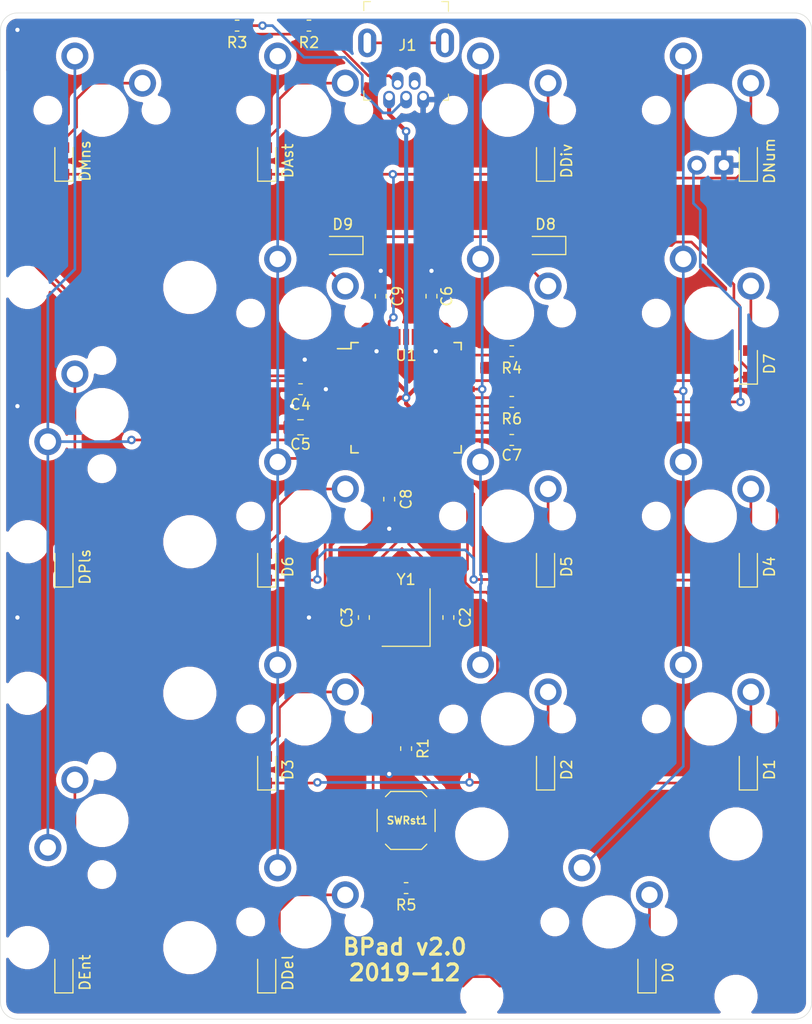
<source format=kicad_pcb>
(kicad_pcb (version 20171130) (host pcbnew "(5.1.4)-1")
  (layers (0 F.Cu signal) (31 B.Cu signal) (34 B.Paste user) (35 F.Paste user) (36 B.SilkS user) (37 F.SilkS user) (38 B.Mask user) (39 F.Mask user) (44 Edge.Cuts user))
  (net 0 "")
  (net 1 GND)
  (net 2 RST)
  (net 3 "Net-(C2-Pad2)")
  (net 4 "Net-(C3-Pad1)")
  (net 5 "Net-(C4-Pad1)")
  (net 6 "Net-(D0-Pad2)")
  (net 7 "Net-(D1-Pad2)")
  (net 8 "Net-(D2-Pad2)")
  (net 9 "Net-(D3-Pad2)")
  (net 10 "Net-(D4-Pad2)")
  (net 11 "Net-(D5-Pad2)")
  (net 12 "Net-(D6-Pad2)")
  (net 13 "Net-(D7-Pad2)")
  (net 14 Row2)
  (net 15 "Net-(D8-Pad2)")
  (net 16 "Net-(D9-Pad2)")
  (net 17 "Net-(DAst1-Pad2)")
  (net 18 "Net-(DDel1-Pad2)")
  (net 19 Row5)
  (net 20 "Net-(DDiv1-Pad2)")
  (net 21 "Net-(DEnt1-Pad2)")
  (net 22 Row4)
  (net 23 "Net-(DMns1-Pad2)")
  (net 24 Row1)
  (net 25 "Net-(DNum1-Pad2)")
  (net 26 "Net-(DPls1-Pad2)")
  (net 27 "Net-(J1-PadSH)")
  (net 28 "Net-(J1-Pad2)")
  (net 29 "Net-(J1-Pad4)")
  (net 30 +5V)
  (net 31 "Net-(J1-Pad3)")
  (net 32 D-)
  (net 33 D+)
  (net 34 "Net-(R4-Pad2)")
  (net 35 "Net-(R5-Pad1)")
  (net 36 Col1)
  (net 37 Col2)
  (net 38 Col3)
  (net 39 Col4)
  (net 40 "Net-(U1-Pad42)")
  (net 41 Row3)
  (net 42 "Net-(U1-Pad38)")
  (net 43 "Net-(U1-Pad37)")
  (net 44 "Net-(U1-Pad36)")
  (net 45 "Net-(U1-Pad31)")
  (net 46 "Net-(U1-Pad25)")
  (net 47 "Net-(U1-Pad20)")
  (net 48 "Net-(U1-Pad10)")
  (net 49 "Net-(U1-Pad9)")
  (net 50 "Net-(U1-Pad1)")
  (net 51 NumL)
  (net 52 "Net-(D10-PadA)")
  (net 53 "Net-(U1-Pad40)")
  (net 54 "Net-(U1-Pad8)")
  (net 55 "Net-(U1-Pad18)")
  (net 56 "Net-(U1-Pad19)")
  (net 57 "Net-(U1-Pad39)")
  (net 58 "Net-(U1-Pad32)")
  (module LocalFootprints:USB_Mini_B_Female_548190519_top (layer F.Cu) (at 28.575 -1.27 270)
    (fp_text reference J1 (at -4.826 -0.127) (layer F.SilkS))
    (fp_text value USB_B_Mini)
    (pad SH thru_hole oval (at -5.05 3.65 270) (size 2.7 1.7) (drill oval 1.9 0.7) (layers *.Cu *.Mask) (net 27 "Net-(J1-PadSH)"))
    (pad SH thru_hole oval (at -5.05 -3.65 270) (size 2.7 1.7) (drill oval 1.9 0.7) (layers *.Cu *.Mask) (net 27 "Net-(J1-PadSH)"))
    (pad 2 thru_hole oval (at -1.2 0.8 270) (size 1.65 1.1) (drill 0.7 (offset -0.275 0)) (layers *.Cu *.Mask) (net 28 "Net-(J1-Pad2)"))
    (pad 4 thru_hole oval (at -1.2 -0.8 270) (size 1.65 1.1) (drill 0.7 (offset -0.275 0)) (layers *.Cu *.Mask) (net 29 "Net-(J1-Pad4)"))
    (pad 1 thru_hole oval (at 0 1.6 270) (size 1.65 1.1) (drill 0.7 (offset 0.275 0)) (layers *.Cu *.Mask) (net 30 +5V))
    (pad 5 thru_hole oval (at 0 -1.6 270) (size 1.65 1.1) (drill 0.7 (offset 0.275 0)) (layers *.Cu *.Mask) (net 1 GND))
    (pad 3 thru_hole oval (at 0 0 270) (size 1.65 1.1) (drill 0.7 (offset 0.275 0)) (layers *.Cu *.Mask) (net 31 "Net-(J1-Pad3)"))
  )
  (module AcheronMX:MX100 (layer F.Cu) (at 38.1 38.1)
    (fp_text reference SW5)
    (fp_text value 5)
    (pad 2 thru_hole circle (at 3.81 -2.54 90) (size 2.54 2.54) (drill 1.525) (layers *.Cu *.Mask) (net 11 "Net-(D5-Pad2)"))
    (pad 1 thru_hole circle (at -2.54 -5.08) (size 2.54 2.54) (drill 1.525) (layers *.Cu *.Mask) (net 37 Col2))
    (pad "" np_thru_hole circle (at -5.08 0) (size 1.7018 1.7018) (drill 1.7018) (layers *.Cu *.Mask))
    (pad "" np_thru_hole circle (at 5.08 0) (size 1.7018 1.7018) (drill 1.7018) (layers *.Cu *.Mask))
    (pad "" np_thru_hole circle (at 0 0) (size 3.9878 3.9878) (drill 3.9878) (layers *.Cu *.Mask))
  )
  (module AcheronMX:MX200 (layer F.Cu) (at 0 28.575 90)
    (fp_text reference SWPls1)
    (fp_text value +)
    (pad "" np_thru_hole circle (at -11.938 8.255 90) (size 3.9878 3.9878) (drill 3.9878) (layers *.Cu *.Mask))
    (pad "" np_thru_hole circle (at 11.938 8.255 90) (size 3.9878 3.9878) (drill 3.9878) (layers *.Cu *.Mask))
    (pad "" np_thru_hole circle (at 11.938 -6.985 90) (size 3.048 3.048) (drill 3.048) (layers *.Cu *.Mask))
    (pad "" np_thru_hole circle (at -11.938 -6.985 90) (size 3.048 3.048) (drill 3.048) (layers *.Cu *.Mask))
    (pad "" np_thru_hole circle (at -5.08 0 90) (size 1.7018 1.7018) (drill 1.7018) (layers *.Cu *.Mask))
    (pad "" np_thru_hole circle (at 5.08 0 90) (size 1.7018 1.7018) (drill 1.7018) (layers *.Cu *.Mask))
    (pad 1 thru_hole circle (at -2.54 -5.08 90) (size 2.54 2.54) (drill 1.524) (layers *.Cu *.Mask) (net 39 Col4))
    (pad 2 thru_hole circle (at 3.81 -2.54 90) (size 2.54 2.54) (drill 1.524) (layers *.Cu *.Mask) (net 26 "Net-(DPls1-Pad2)"))
    (pad "" np_thru_hole circle (at 0 0 90) (size 3.9878 3.9878) (drill 3.9878) (layers *.Cu *.Mask))
  )
  (module Resistor_SMD:R_0603_1608Metric_Pad1.05x0.95mm_HandSolder (layer F.Cu) (at 38.496875 27.384375)
    (fp_text reference R6 (at 0 1.5875) (layer F.SilkS))
    (fp_text value 1k)
    (pad 2 smd roundrect (at 0.875 0) (size 1.05 0.95) (layers F.Cu F.Paste F.Mask) (net 52 "Net-(D10-PadA)"))
    (pad 1 smd roundrect (at -0.875 0) (size 1.05 0.95) (layers F.Cu F.Paste F.Mask) (net 51 NumL))
  )
  (module AcheronComponents:LED_THT_2.54mm (layer F.Cu) (at 57.15 5.159375)
    (fp_text reference D10)
    (fp_text value LED)
    (pad A thru_hole circle (at -1.27 0) (size 1.778 1.778) (drill 1.016) (layers *.Cu *.Mask) (net 52 "Net-(D10-PadA)"))
    (pad K thru_hole roundrect (at 1.27 0) (size 1.778 1.778) (drill 0.9906) (layers *.Cu *.Mask) (roundrect_rratio 0.1) (net 1 GND))
  )
  (module Crystal:Crystal_SMD_3225-4Pin_3.2x2.5mm_HandSoldering (layer F.Cu) (at 28.575 47.625 90)
    (fp_text reference Y1 (at 3.571875 0 180) (layer F.SilkS))
    (fp_text value 16MHz)
    (pad 4 smd rect (at -1.45 -1.15 90) (size 2.1 1.8) (layers F.Cu F.Paste F.Mask) (net 1 GND))
    (pad 3 smd rect (at 1.45 -1.15 90) (size 2.1 1.8) (layers F.Cu F.Paste F.Mask) (net 4 "Net-(C3-Pad1)"))
    (pad 2 smd rect (at 1.45 1.15 90) (size 2.1 1.8) (layers F.Cu F.Paste F.Mask) (net 1 GND))
    (pad 1 smd rect (at -1.45 1.15 90) (size 2.1 1.8) (layers F.Cu F.Paste F.Mask) (net 3 "Net-(C2-Pad2)"))
  )
  (module Package_QFP:TQFP-44_10x10mm_P0.8mm (layer F.Cu) (at 28.575 26.9875)
    (fp_text reference U1 (at 0 -3.96875) (layer F.SilkS))
    (fp_text value ATmega32U4-AU)
    (pad 44 smd rect (at -4 -5.7 90) (size 1.5 0.55) (layers F.Cu F.Paste F.Mask) (net 30 +5V))
    (pad 43 smd rect (at -3.2 -5.7 90) (size 1.5 0.55) (layers F.Cu F.Paste F.Mask) (net 1 GND))
    (pad 42 smd rect (at -2.4 -5.7 90) (size 1.5 0.55) (layers F.Cu F.Paste F.Mask) (net 40 "Net-(U1-Pad42)"))
    (pad 41 smd rect (at -1.6 -5.7 90) (size 1.5 0.55) (layers F.Cu F.Paste F.Mask) (net 24 Row1))
    (pad 40 smd rect (at -0.8 -5.7 90) (size 1.5 0.55) (layers F.Cu F.Paste F.Mask) (net 53 "Net-(U1-Pad40)"))
    (pad 39 smd rect (at 0 -5.7 90) (size 1.5 0.55) (layers F.Cu F.Paste F.Mask) (net 57 "Net-(U1-Pad39)"))
    (pad 38 smd rect (at 0.8 -5.7 90) (size 1.5 0.55) (layers F.Cu F.Paste F.Mask) (net 42 "Net-(U1-Pad38)"))
    (pad 37 smd rect (at 1.6 -5.7 90) (size 1.5 0.55) (layers F.Cu F.Paste F.Mask) (net 43 "Net-(U1-Pad37)"))
    (pad 36 smd rect (at 2.4 -5.7 90) (size 1.5 0.55) (layers F.Cu F.Paste F.Mask) (net 44 "Net-(U1-Pad36)"))
    (pad 35 smd rect (at 3.2 -5.7 90) (size 1.5 0.55) (layers F.Cu F.Paste F.Mask) (net 1 GND))
    (pad 34 smd rect (at 4 -5.7 90) (size 1.5 0.55) (layers F.Cu F.Paste F.Mask) (net 30 +5V))
    (pad 33 smd rect (at 5.7 -4) (size 1.5 0.55) (layers F.Cu F.Paste F.Mask) (net 34 "Net-(R4-Pad2)"))
    (pad 32 smd rect (at 5.7 -3.2) (size 1.5 0.55) (layers F.Cu F.Paste F.Mask) (net 58 "Net-(U1-Pad32)"))
    (pad 31 smd rect (at 5.7 -2.4) (size 1.5 0.55) (layers F.Cu F.Paste F.Mask) (net 45 "Net-(U1-Pad31)"))
    (pad 30 smd rect (at 5.7 -1.6) (size 1.5 0.55) (layers F.Cu F.Paste F.Mask) (net 14 Row2))
    (pad 29 smd rect (at 5.7 -0.8) (size 1.5 0.55) (layers F.Cu F.Paste F.Mask) (net 37 Col2))
    (pad 28 smd rect (at 5.7 0) (size 1.5 0.55) (layers F.Cu F.Paste F.Mask) (net 36 Col1))
    (pad 27 smd rect (at 5.7 0.8) (size 1.5 0.55) (layers F.Cu F.Paste F.Mask) (net 51 NumL))
    (pad 26 smd rect (at 5.7 1.6) (size 1.5 0.55) (layers F.Cu F.Paste F.Mask) (net 19 Row5))
    (pad 25 smd rect (at 5.7 2.4) (size 1.5 0.55) (layers F.Cu F.Paste F.Mask) (net 46 "Net-(U1-Pad25)"))
    (pad 24 smd rect (at 5.7 3.2) (size 1.5 0.55) (layers F.Cu F.Paste F.Mask) (net 30 +5V))
    (pad 23 smd rect (at 5.7 4) (size 1.5 0.55) (layers F.Cu F.Paste F.Mask) (net 1 GND))
    (pad 22 smd rect (at 4 5.7 90) (size 1.5 0.55) (layers F.Cu F.Paste F.Mask) (net 41 Row3))
    (pad 21 smd rect (at 3.2 5.7 90) (size 1.5 0.55) (layers F.Cu F.Paste F.Mask) (net 22 Row4))
    (pad 20 smd rect (at 2.4 5.7 90) (size 1.5 0.55) (layers F.Cu F.Paste F.Mask) (net 47 "Net-(U1-Pad20)"))
    (pad 19 smd rect (at 1.6 5.7 90) (size 1.5 0.55) (layers F.Cu F.Paste F.Mask) (net 56 "Net-(U1-Pad19)"))
    (pad 18 smd rect (at 0.8 5.7 90) (size 1.5 0.55) (layers F.Cu F.Paste F.Mask) (net 55 "Net-(U1-Pad18)"))
    (pad 17 smd rect (at 0 5.7 90) (size 1.5 0.55) (layers F.Cu F.Paste F.Mask) (net 3 "Net-(C2-Pad2)"))
    (pad 16 smd rect (at -0.8 5.7 90) (size 1.5 0.55) (layers F.Cu F.Paste F.Mask) (net 4 "Net-(C3-Pad1)"))
    (pad 15 smd rect (at -1.6 5.7 90) (size 1.5 0.55) (layers F.Cu F.Paste F.Mask) (net 1 GND))
    (pad 14 smd rect (at -2.4 5.7 90) (size 1.5 0.55) (layers F.Cu F.Paste F.Mask) (net 30 +5V))
    (pad 13 smd rect (at -3.2 5.7 90) (size 1.5 0.55) (layers F.Cu F.Paste F.Mask) (net 2 RST))
    (pad 12 smd rect (at -4 5.7 90) (size 1.5 0.55) (layers F.Cu F.Paste F.Mask) (net 38 Col3))
    (pad 11 smd rect (at -5.7 4) (size 1.5 0.55) (layers F.Cu F.Paste F.Mask) (net 39 Col4))
    (pad 10 smd rect (at -5.7 3.2) (size 1.5 0.55) (layers F.Cu F.Paste F.Mask) (net 48 "Net-(U1-Pad10)"))
    (pad 9 smd rect (at -5.7 2.4) (size 1.5 0.55) (layers F.Cu F.Paste F.Mask) (net 49 "Net-(U1-Pad9)"))
    (pad 8 smd rect (at -5.7 1.6) (size 1.5 0.55) (layers F.Cu F.Paste F.Mask) (net 54 "Net-(U1-Pad8)"))
    (pad 7 smd rect (at -5.7 0.8) (size 1.5 0.55) (layers F.Cu F.Paste F.Mask) (net 30 +5V))
    (pad 6 smd rect (at -5.7 0) (size 1.5 0.55) (layers F.Cu F.Paste F.Mask) (net 5 "Net-(C4-Pad1)"))
    (pad 5 smd rect (at -5.7 -0.8) (size 1.5 0.55) (layers F.Cu F.Paste F.Mask) (net 1 GND))
    (pad 4 smd rect (at -5.7 -1.6) (size 1.5 0.55) (layers F.Cu F.Paste F.Mask) (net 33 D+))
    (pad 3 smd rect (at -5.7 -2.4) (size 1.5 0.55) (layers F.Cu F.Paste F.Mask) (net 32 D-))
    (pad 2 smd rect (at -5.7 -3.2) (size 1.5 0.55) (layers F.Cu F.Paste F.Mask) (net 30 +5V))
    (pad 1 smd rect (at -5.7 -4) (size 1.5 0.55) (layers F.Cu F.Paste F.Mask) (net 50 "Net-(U1-Pad1)"))
  )
  (module AcheronHardware:smdPushBtn (layer F.Cu) (at 28.575 66.675)
    (fp_text reference SWRst1 (at 0.1 0) (layer F.SilkS) (effects (font (size 0.7 0.7))))
    (fp_text value SW_Push)
    (pad 2 smd rect (at 3.1 1.85) (size 1.8 1.1) (layers F.Cu F.Paste F.Mask) (net 35 "Net-(R5-Pad1)"))
    (pad 2 smd rect (at -3.1 1.85) (size 1.8 1.1) (layers F.Cu F.Paste F.Mask) (net 35 "Net-(R5-Pad1)"))
    (pad 1 smd rect (at 3.1 -1.85) (size 1.8 1.1) (layers F.Cu F.Paste F.Mask) (net 2 RST))
    (pad 1 smd rect (at -3.1 -1.85) (size 1.8 1.1) (layers F.Cu F.Paste F.Mask) (net 2 RST))
  )
  (module AcheronMX:MX100 (layer F.Cu) (at 57.15 0)
    (fp_text reference SWNum1)
    (fp_text value Num)
    (pad 2 thru_hole circle (at 3.81 -2.54 90) (size 2.54 2.54) (drill 1.525) (layers *.Cu *.Mask) (net 25 "Net-(DNum1-Pad2)"))
    (pad 1 thru_hole circle (at -2.54 -5.08) (size 2.54 2.54) (drill 1.525) (layers *.Cu *.Mask) (net 36 Col1))
    (pad "" np_thru_hole circle (at -5.08 0) (size 1.7018 1.7018) (drill 1.7018) (layers *.Cu *.Mask))
    (pad "" np_thru_hole circle (at 5.08 0) (size 1.7018 1.7018) (drill 1.7018) (layers *.Cu *.Mask))
    (pad "" np_thru_hole circle (at 0 0) (size 3.9878 3.9878) (drill 3.9878) (layers *.Cu *.Mask))
  )
  (module AcheronMX:MX100 (layer F.Cu) (at 0 0)
    (fp_text reference SWMns1)
    (fp_text value -)
    (pad 2 thru_hole circle (at 3.81 -2.54 90) (size 2.54 2.54) (drill 1.525) (layers *.Cu *.Mask) (net 23 "Net-(DMns1-Pad2)"))
    (pad 1 thru_hole circle (at -2.54 -5.08) (size 2.54 2.54) (drill 1.525) (layers *.Cu *.Mask) (net 39 Col4))
    (pad "" np_thru_hole circle (at -5.08 0) (size 1.7018 1.7018) (drill 1.7018) (layers *.Cu *.Mask))
    (pad "" np_thru_hole circle (at 5.08 0) (size 1.7018 1.7018) (drill 1.7018) (layers *.Cu *.Mask))
    (pad "" np_thru_hole circle (at 0 0) (size 3.9878 3.9878) (drill 3.9878) (layers *.Cu *.Mask))
  )
  (module AcheronMX:MX200 (layer F.Cu) (at 0 66.675 90)
    (fp_text reference SWEnt1)
    (fp_text value Ent)
    (pad "" np_thru_hole circle (at -11.938 8.255 90) (size 3.9878 3.9878) (drill 3.9878) (layers *.Cu *.Mask))
    (pad "" np_thru_hole circle (at 11.938 8.255 90) (size 3.9878 3.9878) (drill 3.9878) (layers *.Cu *.Mask))
    (pad "" np_thru_hole circle (at 11.938 -6.985 90) (size 3.048 3.048) (drill 3.048) (layers *.Cu *.Mask))
    (pad "" np_thru_hole circle (at -11.938 -6.985 90) (size 3.048 3.048) (drill 3.048) (layers *.Cu *.Mask))
    (pad "" np_thru_hole circle (at -5.08 0 90) (size 1.7018 1.7018) (drill 1.7018) (layers *.Cu *.Mask))
    (pad "" np_thru_hole circle (at 5.08 0 90) (size 1.7018 1.7018) (drill 1.7018) (layers *.Cu *.Mask))
    (pad 1 thru_hole circle (at -2.54 -5.08 90) (size 2.54 2.54) (drill 1.524) (layers *.Cu *.Mask) (net 39 Col4))
    (pad 2 thru_hole circle (at 3.81 -2.54 90) (size 2.54 2.54) (drill 1.524) (layers *.Cu *.Mask) (net 21 "Net-(DEnt1-Pad2)"))
    (pad "" np_thru_hole circle (at 0 0 90) (size 3.9878 3.9878) (drill 3.9878) (layers *.Cu *.Mask))
  )
  (module AcheronMX:MX100 (layer F.Cu) (at 38.1 0)
    (fp_text reference SWDiv1)
    (fp_text value /)
    (pad 2 thru_hole circle (at 3.81 -2.54 90) (size 2.54 2.54) (drill 1.525) (layers *.Cu *.Mask) (net 20 "Net-(DDiv1-Pad2)"))
    (pad 1 thru_hole circle (at -2.54 -5.08) (size 2.54 2.54) (drill 1.525) (layers *.Cu *.Mask) (net 37 Col2))
    (pad "" np_thru_hole circle (at -5.08 0) (size 1.7018 1.7018) (drill 1.7018) (layers *.Cu *.Mask))
    (pad "" np_thru_hole circle (at 5.08 0) (size 1.7018 1.7018) (drill 1.7018) (layers *.Cu *.Mask))
    (pad "" np_thru_hole circle (at 0 0) (size 3.9878 3.9878) (drill 3.9878) (layers *.Cu *.Mask))
  )
  (module AcheronMX:MX100 (layer F.Cu) (at 19.05 76.2)
    (fp_text reference SWDel1)
    (fp_text value Del)
    (pad 2 thru_hole circle (at 3.81 -2.54 90) (size 2.54 2.54) (drill 1.525) (layers *.Cu *.Mask) (net 18 "Net-(DDel1-Pad2)"))
    (pad 1 thru_hole circle (at -2.54 -5.08) (size 2.54 2.54) (drill 1.525) (layers *.Cu *.Mask) (net 38 Col3))
    (pad "" np_thru_hole circle (at -5.08 0) (size 1.7018 1.7018) (drill 1.7018) (layers *.Cu *.Mask))
    (pad "" np_thru_hole circle (at 5.08 0) (size 1.7018 1.7018) (drill 1.7018) (layers *.Cu *.Mask))
    (pad "" np_thru_hole circle (at 0 0) (size 3.9878 3.9878) (drill 3.9878) (layers *.Cu *.Mask))
  )
  (module AcheronMX:MX100 (layer F.Cu) (at 19.05 0)
    (fp_text reference SWAst1)
    (fp_text value *)
    (pad 2 thru_hole circle (at 3.81 -2.54 90) (size 2.54 2.54) (drill 1.525) (layers *.Cu *.Mask) (net 17 "Net-(DAst1-Pad2)"))
    (pad 1 thru_hole circle (at -2.54 -5.08) (size 2.54 2.54) (drill 1.525) (layers *.Cu *.Mask) (net 38 Col3))
    (pad "" np_thru_hole circle (at -5.08 0) (size 1.7018 1.7018) (drill 1.7018) (layers *.Cu *.Mask))
    (pad "" np_thru_hole circle (at 5.08 0) (size 1.7018 1.7018) (drill 1.7018) (layers *.Cu *.Mask))
    (pad "" np_thru_hole circle (at 0 0) (size 3.9878 3.9878) (drill 3.9878) (layers *.Cu *.Mask))
  )
  (module AcheronMX:MX100 (layer F.Cu) (at 19.05 19.05)
    (fp_text reference SW9)
    (fp_text value 9)
    (pad 2 thru_hole circle (at 3.81 -2.54 90) (size 2.54 2.54) (drill 1.525) (layers *.Cu *.Mask) (net 16 "Net-(D9-Pad2)"))
    (pad 1 thru_hole circle (at -2.54 -5.08) (size 2.54 2.54) (drill 1.525) (layers *.Cu *.Mask) (net 38 Col3))
    (pad "" np_thru_hole circle (at -5.08 0) (size 1.7018 1.7018) (drill 1.7018) (layers *.Cu *.Mask))
    (pad "" np_thru_hole circle (at 5.08 0) (size 1.7018 1.7018) (drill 1.7018) (layers *.Cu *.Mask))
    (pad "" np_thru_hole circle (at 0 0) (size 3.9878 3.9878) (drill 3.9878) (layers *.Cu *.Mask))
  )
  (module AcheronMX:MX100 (layer F.Cu) (at 38.1 19.05)
    (fp_text reference SW8)
    (fp_text value 8)
    (pad 2 thru_hole circle (at 3.81 -2.54 90) (size 2.54 2.54) (drill 1.525) (layers *.Cu *.Mask) (net 15 "Net-(D8-Pad2)"))
    (pad 1 thru_hole circle (at -2.54 -5.08) (size 2.54 2.54) (drill 1.525) (layers *.Cu *.Mask) (net 37 Col2))
    (pad "" np_thru_hole circle (at -5.08 0) (size 1.7018 1.7018) (drill 1.7018) (layers *.Cu *.Mask))
    (pad "" np_thru_hole circle (at 5.08 0) (size 1.7018 1.7018) (drill 1.7018) (layers *.Cu *.Mask))
    (pad "" np_thru_hole circle (at 0 0) (size 3.9878 3.9878) (drill 3.9878) (layers *.Cu *.Mask))
  )
  (module AcheronMX:MX100 (layer F.Cu) (at 57.15 19.05)
    (fp_text reference SW7)
    (fp_text value 7)
    (pad 2 thru_hole circle (at 3.81 -2.54 90) (size 2.54 2.54) (drill 1.525) (layers *.Cu *.Mask) (net 13 "Net-(D7-Pad2)"))
    (pad 1 thru_hole circle (at -2.54 -5.08) (size 2.54 2.54) (drill 1.525) (layers *.Cu *.Mask) (net 36 Col1))
    (pad "" np_thru_hole circle (at -5.08 0) (size 1.7018 1.7018) (drill 1.7018) (layers *.Cu *.Mask))
    (pad "" np_thru_hole circle (at 5.08 0) (size 1.7018 1.7018) (drill 1.7018) (layers *.Cu *.Mask))
    (pad "" np_thru_hole circle (at 0 0) (size 3.9878 3.9878) (drill 3.9878) (layers *.Cu *.Mask))
  )
  (module AcheronMX:MX100 (layer F.Cu) (at 19.05 38.1)
    (fp_text reference SW6)
    (fp_text value 6)
    (pad 2 thru_hole circle (at 3.81 -2.54 90) (size 2.54 2.54) (drill 1.525) (layers *.Cu *.Mask) (net 12 "Net-(D6-Pad2)"))
    (pad 1 thru_hole circle (at -2.54 -5.08) (size 2.54 2.54) (drill 1.525) (layers *.Cu *.Mask) (net 38 Col3))
    (pad "" np_thru_hole circle (at -5.08 0) (size 1.7018 1.7018) (drill 1.7018) (layers *.Cu *.Mask))
    (pad "" np_thru_hole circle (at 5.08 0) (size 1.7018 1.7018) (drill 1.7018) (layers *.Cu *.Mask))
    (pad "" np_thru_hole circle (at 0 0) (size 3.9878 3.9878) (drill 3.9878) (layers *.Cu *.Mask))
  )
  (module AcheronMX:MX100 (layer F.Cu) (at 57.15 38.1)
    (fp_text reference SW4)
    (fp_text value 4)
    (pad 2 thru_hole circle (at 3.81 -2.54 90) (size 2.54 2.54) (drill 1.525) (layers *.Cu *.Mask) (net 10 "Net-(D4-Pad2)"))
    (pad 1 thru_hole circle (at -2.54 -5.08) (size 2.54 2.54) (drill 1.525) (layers *.Cu *.Mask) (net 36 Col1))
    (pad "" np_thru_hole circle (at -5.08 0) (size 1.7018 1.7018) (drill 1.7018) (layers *.Cu *.Mask))
    (pad "" np_thru_hole circle (at 5.08 0) (size 1.7018 1.7018) (drill 1.7018) (layers *.Cu *.Mask))
    (pad "" np_thru_hole circle (at 0 0) (size 3.9878 3.9878) (drill 3.9878) (layers *.Cu *.Mask))
  )
  (module AcheronMX:MX100 (layer F.Cu) (at 19.05 57.15)
    (fp_text reference SW3)
    (fp_text value 3)
    (pad 2 thru_hole circle (at 3.81 -2.54 90) (size 2.54 2.54) (drill 1.525) (layers *.Cu *.Mask) (net 9 "Net-(D3-Pad2)"))
    (pad 1 thru_hole circle (at -2.54 -5.08) (size 2.54 2.54) (drill 1.525) (layers *.Cu *.Mask) (net 38 Col3))
    (pad "" np_thru_hole circle (at -5.08 0) (size 1.7018 1.7018) (drill 1.7018) (layers *.Cu *.Mask))
    (pad "" np_thru_hole circle (at 5.08 0) (size 1.7018 1.7018) (drill 1.7018) (layers *.Cu *.Mask))
    (pad "" np_thru_hole circle (at 0 0) (size 3.9878 3.9878) (drill 3.9878) (layers *.Cu *.Mask))
  )
  (module AcheronMX:MX100 (layer F.Cu) (at 38.1 57.15)
    (fp_text reference SW2)
    (fp_text value 2)
    (pad 2 thru_hole circle (at 3.81 -2.54 90) (size 2.54 2.54) (drill 1.525) (layers *.Cu *.Mask) (net 8 "Net-(D2-Pad2)"))
    (pad 1 thru_hole circle (at -2.54 -5.08) (size 2.54 2.54) (drill 1.525) (layers *.Cu *.Mask) (net 37 Col2))
    (pad "" np_thru_hole circle (at -5.08 0) (size 1.7018 1.7018) (drill 1.7018) (layers *.Cu *.Mask))
    (pad "" np_thru_hole circle (at 5.08 0) (size 1.7018 1.7018) (drill 1.7018) (layers *.Cu *.Mask))
    (pad "" np_thru_hole circle (at 0 0) (size 3.9878 3.9878) (drill 3.9878) (layers *.Cu *.Mask))
  )
  (module AcheronMX:MX100 (layer F.Cu) (at 57.15 57.15)
    (fp_text reference SW1)
    (fp_text value 1)
    (pad 2 thru_hole circle (at 3.81 -2.54 90) (size 2.54 2.54) (drill 1.525) (layers *.Cu *.Mask) (net 7 "Net-(D1-Pad2)"))
    (pad 1 thru_hole circle (at -2.54 -5.08) (size 2.54 2.54) (drill 1.525) (layers *.Cu *.Mask) (net 36 Col1))
    (pad "" np_thru_hole circle (at -5.08 0) (size 1.7018 1.7018) (drill 1.7018) (layers *.Cu *.Mask))
    (pad "" np_thru_hole circle (at 5.08 0) (size 1.7018 1.7018) (drill 1.7018) (layers *.Cu *.Mask))
    (pad "" np_thru_hole circle (at 0 0) (size 3.9878 3.9878) (drill 3.9878) (layers *.Cu *.Mask))
  )
  (module AcheronMX:MX200R (layer F.Cu) (at 47.625 76.2)
    (fp_text reference SW0)
    (fp_text value 0)
    (pad "" np_thru_hole circle (at -11.938 -8.255) (size 3.9878 3.9878) (drill 3.9878) (layers *.Cu *.Mask))
    (pad "" np_thru_hole circle (at 11.938 -8.255) (size 3.9878 3.9878) (drill 3.9878) (layers *.Cu *.Mask))
    (pad "" np_thru_hole circle (at 11.938 6.985) (size 3.048 3.048) (drill 3.048) (layers *.Cu *.Mask))
    (pad "" np_thru_hole circle (at -11.938 6.985) (size 3.048 3.048) (drill 3.048) (layers *.Cu *.Mask))
    (pad "" np_thru_hole circle (at -5.08 0) (size 1.7018 1.7018) (drill 1.7018) (layers *.Cu *.Mask))
    (pad "" np_thru_hole circle (at 5.08 0) (size 1.7018 1.7018) (drill 1.7018) (layers *.Cu *.Mask))
    (pad 1 thru_hole circle (at -2.54 -5.08) (size 2.54 2.54) (drill 1.524) (layers *.Cu *.Mask) (net 36 Col1))
    (pad 2 thru_hole circle (at 3.81 -2.54) (size 2.54 2.54) (drill 1.524) (layers *.Cu *.Mask) (net 6 "Net-(D0-Pad2)"))
    (pad "" np_thru_hole circle (at 0 0) (size 3.9878 3.9878) (drill 3.9878) (layers *.Cu *.Mask))
  )
  (module Resistor_SMD:R_0603_1608Metric_Pad1.05x0.95mm_HandSolder (layer F.Cu) (at 28.575 73.025)
    (fp_text reference R5 (at 0 1.5875) (layer F.SilkS))
    (fp_text value 330)
    (pad 2 smd roundrect (at 0.875 0) (size 1.05 0.95) (layers F.Cu F.Paste F.Mask) (net 1 GND))
    (pad 1 smd roundrect (at -0.875 0) (size 1.05 0.95) (layers F.Cu F.Paste F.Mask) (net 35 "Net-(R5-Pad1)"))
  )
  (module Resistor_SMD:R_0603_1608Metric_Pad1.05x0.95mm_HandSolder (layer F.Cu) (at 38.496875 22.621875 180)
    (fp_text reference R4 (at 0 -1.5875) (layer F.SilkS))
    (fp_text value 10k)
    (pad 2 smd roundrect (at 0.875 0 180) (size 1.05 0.95) (layers F.Cu F.Paste F.Mask) (net 34 "Net-(R4-Pad2)"))
    (pad 1 smd roundrect (at -0.875 0 180) (size 1.05 0.95) (layers F.Cu F.Paste F.Mask) (net 1 GND))
  )
  (module Resistor_SMD:R_0603_1608Metric_Pad1.05x0.95mm_HandSolder (layer F.Cu) (at 12.7 -7.9375)
    (fp_text reference R3 (at 0 1.5875) (layer F.SilkS))
    (fp_text value 22)
    (pad 2 smd roundrect (at 0.875 0) (size 1.05 0.95) (layers F.Cu F.Paste F.Mask) (net 31 "Net-(J1-Pad3)"))
    (pad 1 smd roundrect (at -0.875 0) (size 1.05 0.95) (layers F.Cu F.Paste F.Mask) (net 33 D+))
  )
  (module Resistor_SMD:R_0603_1608Metric_Pad1.05x0.95mm_HandSolder (layer F.Cu) (at 19.446875 -7.9375)
    (fp_text reference R2 (at 0 1.5875) (layer F.SilkS))
    (fp_text value 22)
    (pad 2 smd roundrect (at 0.875 0) (size 1.05 0.95) (layers F.Cu F.Paste F.Mask) (net 28 "Net-(J1-Pad2)"))
    (pad 1 smd roundrect (at -0.875 0) (size 1.05 0.95) (layers F.Cu F.Paste F.Mask) (net 32 D-))
  )
  (module Resistor_SMD:R_0603_1608Metric_Pad1.05x0.95mm_HandSolder (layer F.Cu) (at 28.575 59.928125 270)
    (fp_text reference R1 (at 0 -1.5875 90) (layer F.SilkS))
    (fp_text value 10k)
    (pad 2 smd roundrect (at 0.875 0 270) (size 1.05 0.95) (layers F.Cu F.Paste F.Mask) (net 2 RST))
    (pad 1 smd roundrect (at -0.875 0 270) (size 1.05 0.95) (layers F.Cu F.Paste F.Mask) (net 30 +5V))
  )
  (module Diode_SMD:D_SOD-323_HandSoldering (layer F.Cu) (at -3.571875 42.8625 90)
    (fp_text reference DPls (at 0 1.984375 90) (layer F.SilkS))
    (fp_text value 1N4148W)
    (pad 2 smd rect (at 1.25 0 90) (size 1 1) (layers F.Cu F.Paste F.Mask) (net 26 "Net-(DPls1-Pad2)"))
    (pad 1 smd rect (at -1.25 0 90) (size 1 1) (layers F.Cu F.Paste F.Mask) (net 41 Row3))
  )
  (module Diode_SMD:D_SOD-323_HandSoldering (layer F.Cu) (at 60.721875 4.7625 90)
    (fp_text reference DNum1 hide)
    (fp_text value 1N4148W)
    (pad 2 smd rect (at 1.25 0 90) (size 1 1) (layers F.Cu F.Paste F.Mask) (net 25 "Net-(DNum1-Pad2)"))
    (pad 1 smd rect (at -1.25 0 90) (size 1 1) (layers F.Cu F.Paste F.Mask) (net 24 Row1))
  )
  (module Diode_SMD:D_SOD-323_HandSoldering (layer F.Cu) (at -3.571875 4.7625 90)
    (fp_text reference DMns1 hide)
    (fp_text value 1N4148W)
    (pad 2 smd rect (at 1.25 0 90) (size 1 1) (layers F.Cu F.Paste F.Mask) (net 23 "Net-(DMns1-Pad2)"))
    (pad 1 smd rect (at -1.25 0 90) (size 1 1) (layers F.Cu F.Paste F.Mask) (net 24 Row1))
  )
  (module Diode_SMD:D_SOD-323_HandSoldering (layer F.Cu) (at -3.571875 80.9625 90)
    (fp_text reference DEnt (at 0 1.984375 90) (layer F.SilkS))
    (fp_text value 1N4148W)
    (pad 2 smd rect (at 1.25 0 90) (size 1 1) (layers F.Cu F.Paste F.Mask) (net 21 "Net-(DEnt1-Pad2)"))
    (pad 1 smd rect (at -1.25 0 90) (size 1 1) (layers F.Cu F.Paste F.Mask) (net 19 Row5))
  )
  (module Diode_SMD:D_SOD-323_HandSoldering (layer F.Cu) (at 41.671875 4.7625 90)
    (fp_text reference DDiv1 hide)
    (fp_text value 1N4148W)
    (pad 2 smd rect (at 1.25 0 90) (size 1 1) (layers F.Cu F.Paste F.Mask) (net 20 "Net-(DDiv1-Pad2)"))
    (pad 1 smd rect (at -1.25 0 90) (size 1 1) (layers F.Cu F.Paste F.Mask) (net 24 Row1))
  )
  (module Diode_SMD:D_SOD-323_HandSoldering (layer F.Cu) (at 15.478125 80.9625 90)
    (fp_text reference DDel (at 0 1.984375 90) (layer F.SilkS))
    (fp_text value 1N4148W)
    (pad 2 smd rect (at 1.25 0 90) (size 1 1) (layers F.Cu F.Paste F.Mask) (net 18 "Net-(DDel1-Pad2)"))
    (pad 1 smd rect (at -1.25 0 90) (size 1 1) (layers F.Cu F.Paste F.Mask) (net 19 Row5))
  )
  (module Diode_SMD:D_SOD-323_HandSoldering (layer F.Cu) (at 15.478125 4.7625 90)
    (fp_text reference DAst1 hide)
    (fp_text value 1N4148W)
    (pad 2 smd rect (at 1.25 0 90) (size 1 1) (layers F.Cu F.Paste F.Mask) (net 17 "Net-(DAst1-Pad2)"))
    (pad 1 smd rect (at -1.25 0 90) (size 1 1) (layers F.Cu F.Paste F.Mask) (net 24 Row1))
  )
  (module Diode_SMD:D_SOD-323_HandSoldering (layer F.Cu) (at 22.621875 12.7 180)
    (fp_text reference D9 (at 0 1.984375) (layer F.SilkS))
    (fp_text value 1N4148W)
    (pad 2 smd rect (at 1.25 0 180) (size 1 1) (layers F.Cu F.Paste F.Mask) (net 16 "Net-(D9-Pad2)"))
    (pad 1 smd rect (at -1.25 0 180) (size 1 1) (layers F.Cu F.Paste F.Mask) (net 14 Row2))
  )
  (module Diode_SMD:D_SOD-323_HandSoldering (layer F.Cu) (at 41.671875 12.7 180)
    (fp_text reference D8 (at 0 1.984375) (layer F.SilkS))
    (fp_text value 1N4148W)
    (pad 2 smd rect (at 1.25 0 180) (size 1 1) (layers F.Cu F.Paste F.Mask) (net 15 "Net-(D8-Pad2)"))
    (pad 1 smd rect (at -1.25 0 180) (size 1 1) (layers F.Cu F.Paste F.Mask) (net 14 Row2))
  )
  (module Diode_SMD:D_SOD-323_HandSoldering (layer F.Cu) (at 60.721875 23.8125 90)
    (fp_text reference D7 (at 0 1.984375 90) (layer F.SilkS))
    (fp_text value 1N4148W)
    (pad 2 smd rect (at 1.25 0 90) (size 1 1) (layers F.Cu F.Paste F.Mask) (net 13 "Net-(D7-Pad2)"))
    (pad 1 smd rect (at -1.25 0 90) (size 1 1) (layers F.Cu F.Paste F.Mask) (net 14 Row2))
  )
  (module Diode_SMD:D_SOD-323_HandSoldering (layer F.Cu) (at 15.478125 42.8625 90)
    (fp_text reference D6 (at 0 1.984375 90) (layer F.SilkS))
    (fp_text value 1N4148W)
    (pad 2 smd rect (at 1.25 0 90) (size 1 1) (layers F.Cu F.Paste F.Mask) (net 12 "Net-(D6-Pad2)"))
    (pad 1 smd rect (at -1.25 0 90) (size 1 1) (layers F.Cu F.Paste F.Mask) (net 41 Row3))
  )
  (module Diode_SMD:D_SOD-323_HandSoldering (layer F.Cu) (at 41.671875 42.8625 90)
    (fp_text reference D5 (at 0 1.984375 90) (layer F.SilkS))
    (fp_text value 1N4148W)
    (pad 2 smd rect (at 1.25 0 90) (size 1 1) (layers F.Cu F.Paste F.Mask) (net 11 "Net-(D5-Pad2)"))
    (pad 1 smd rect (at -1.25 0 90) (size 1 1) (layers F.Cu F.Paste F.Mask) (net 41 Row3))
  )
  (module Diode_SMD:D_SOD-323_HandSoldering (layer F.Cu) (at 60.721875 42.8625 90)
    (fp_text reference D4 (at 0 1.984375 90) (layer F.SilkS))
    (fp_text value 1N4148W)
    (pad 2 smd rect (at 1.25 0 90) (size 1 1) (layers F.Cu F.Paste F.Mask) (net 10 "Net-(D4-Pad2)"))
    (pad 1 smd rect (at -1.25 0 90) (size 1 1) (layers F.Cu F.Paste F.Mask) (net 41 Row3))
  )
  (module Diode_SMD:D_SOD-323_HandSoldering (layer F.Cu) (at 15.478125 61.9125 90)
    (fp_text reference D3 (at 0 1.984375 90) (layer F.SilkS))
    (fp_text value 1N4148W)
    (pad 2 smd rect (at 1.25 0 90) (size 1 1) (layers F.Cu F.Paste F.Mask) (net 9 "Net-(D3-Pad2)"))
    (pad 1 smd rect (at -1.25 0 90) (size 1 1) (layers F.Cu F.Paste F.Mask) (net 22 Row4))
  )
  (module Diode_SMD:D_SOD-323_HandSoldering (layer F.Cu) (at 41.671875 61.9125 90)
    (fp_text reference D2 (at 0 1.984375 90) (layer F.SilkS))
    (fp_text value 1N4148W)
    (pad 2 smd rect (at 1.25 0 90) (size 1 1) (layers F.Cu F.Paste F.Mask) (net 8 "Net-(D2-Pad2)"))
    (pad 1 smd rect (at -1.25 0 90) (size 1 1) (layers F.Cu F.Paste F.Mask) (net 22 Row4))
  )
  (module Diode_SMD:D_SOD-323_HandSoldering (layer F.Cu) (at 60.721875 61.9125 90)
    (fp_text reference D1 (at 0 1.984375 90) (layer F.SilkS))
    (fp_text value 1N4148W)
    (pad 2 smd rect (at 1.25 0 90) (size 1 1) (layers F.Cu F.Paste F.Mask) (net 7 "Net-(D1-Pad2)"))
    (pad 1 smd rect (at -1.25 0 90) (size 1 1) (layers F.Cu F.Paste F.Mask) (net 22 Row4))
  )
  (module Diode_SMD:D_SOD-323_HandSoldering (layer F.Cu) (at 51.196875 80.9625 90)
    (fp_text reference D0 (at 0 1.984375 90) (layer F.SilkS))
    (fp_text value 1N4148W)
    (pad 2 smd rect (at 1.25 0 90) (size 1 1) (layers F.Cu F.Paste F.Mask) (net 6 "Net-(D0-Pad2)"))
    (pad 1 smd rect (at -1.25 0 90) (size 1 1) (layers F.Cu F.Paste F.Mask) (net 19 Row5))
  )
  (module Capacitor_SMD:C_0603_1608Metric_Pad1.05x0.95mm_HandSolder (layer F.Cu) (at 26.19375 17.4625 270)
    (fp_text reference C9 (at 0 -1.5875 90) (layer F.SilkS))
    (fp_text value 0.1uF)
    (pad 2 smd roundrect (at 0.875 0 270) (size 1.05 0.95) (layers F.Cu F.Paste F.Mask) (net 30 +5V))
    (pad 1 smd roundrect (at -0.875 0 270) (size 1.05 0.95) (layers F.Cu F.Paste F.Mask) (net 1 GND))
  )
  (module Capacitor_SMD:C_0603_1608Metric_Pad1.05x0.95mm_HandSolder (layer F.Cu) (at 26.9875 36.5125 90)
    (fp_text reference C8 (at 0 1.5875 90) (layer F.SilkS))
    (fp_text value 0.1uF)
    (pad 2 smd roundrect (at 0.875 0 90) (size 1.05 0.95) (layers F.Cu F.Paste F.Mask) (net 30 +5V))
    (pad 1 smd roundrect (at -0.875 0 90) (size 1.05 0.95) (layers F.Cu F.Paste F.Mask) (net 1 GND))
  )
  (module Capacitor_SMD:C_0603_1608Metric_Pad1.05x0.95mm_HandSolder (layer F.Cu) (at 38.496875 30.95625 180)
    (fp_text reference C7 (at 0 -1.43) (layer F.SilkS))
    (fp_text value 0.1uF)
    (pad 2 smd roundrect (at 0.875 0 180) (size 1.05 0.95) (layers F.Cu F.Paste F.Mask) (net 30 +5V))
    (pad 1 smd roundrect (at -0.875 0 180) (size 1.05 0.95) (layers F.Cu F.Paste F.Mask) (net 1 GND))
  )
  (module Capacitor_SMD:C_0603_1608Metric_Pad1.05x0.95mm_HandSolder (layer F.Cu) (at 30.95625 17.4625 270)
    (fp_text reference C6 (at 0 -1.43 90) (layer F.SilkS))
    (fp_text value 0.1uF)
    (pad 2 smd roundrect (at 0.875 0 270) (size 1.05 0.95) (layers F.Cu F.Paste F.Mask) (net 30 +5V))
    (pad 1 smd roundrect (at -0.875 0 270) (size 1.05 0.95) (layers F.Cu F.Paste F.Mask) (net 1 GND))
  )
  (module Capacitor_SMD:C_0805_2012Metric_Pad1.15x1.40mm_HandSolder (layer F.Cu) (at 18.653125 29.765625)
    (fp_text reference C5 (at 0 1.5875) (layer F.SilkS))
    (fp_text value 4.7uF)
    (pad 2 smd roundrect (at 1.025 0) (size 1.15 1.4) (layers F.Cu F.Paste F.Mask) (roundrect_rratio 0.217391) (net 30 +5V))
    (pad 1 smd roundrect (at -1.025 0) (size 1.15 1.4) (layers F.Cu F.Paste F.Mask) (roundrect_rratio 0.217391) (net 1 GND))
  )
  (module Capacitor_SMD:C_0603_1608Metric_Pad1.05x0.95mm_HandSolder (layer F.Cu) (at 18.653125 26.19375 180)
    (fp_text reference C4 (at 0 -1.43) (layer F.SilkS))
    (fp_text value 1uF)
    (pad 2 smd roundrect (at 0.875 0 180) (size 1.05 0.95) (layers F.Cu F.Paste F.Mask) (net 1 GND))
    (pad 1 smd roundrect (at -0.875 0 180) (size 1.05 0.95) (layers F.Cu F.Paste F.Mask) (net 5 "Net-(C4-Pad1)"))
  )
  (module Capacitor_SMD:C_0603_1608Metric_Pad1.05x0.95mm_HandSolder (layer F.Cu) (at 24.60625 47.625 270)
    (fp_text reference C3 (at 0 1.5875 90) (layer F.SilkS))
    (fp_text value 22pF)
    (pad 2 smd roundrect (at 0.875 0 270) (size 1.05 0.95) (layers F.Cu F.Paste F.Mask) (net 1 GND))
    (pad 1 smd roundrect (at -0.875 0 270) (size 1.05 0.95) (layers F.Cu F.Paste F.Mask) (net 4 "Net-(C3-Pad1)"))
  )
  (module Capacitor_SMD:C_0603_1608Metric_Pad1.05x0.95mm_HandSolder (layer F.Cu) (at 32.54375 47.625 90)
    (fp_text reference C2 (at 0 1.5875 90) (layer F.SilkS))
    (fp_text value 22pF)
    (pad 2 smd roundrect (at 0.875 0 90) (size 1.05 0.95) (layers F.Cu F.Paste F.Mask) (net 3 "Net-(C2-Pad2)"))
    (pad 1 smd roundrect (at -0.875 0 90) (size 1.05 0.95) (layers F.Cu F.Paste F.Mask) (net 1 GND))
  )
  (gr_text "BPad v2.0\n2019-12" (at 28.448 79.756) (layer F.SilkS) (effects (font (size 1.5 1.5) (thickness 0.3))))
  (gr_text DMns (at -1.5875 4.7625 90) (layer F.SilkS) (effects (font (size 1 1))))
  (gr_text DAst (at 17.4625 4.7625 90) (layer F.SilkS) (effects (font (size 1 1))))
  (gr_text DDiv (at 43.65625 4.7625 90) (layer F.SilkS) (effects (font (size 1 1))))
  (gr_text DNum (at 62.70625 4.7625 90) (layer F.SilkS) (effects (font (size 1 1))))
  (gr_line (start -9.525 -7.540625) (end -9.525 83.740625) (layer Edge.Cuts) (width 0.05))
  (gr_line (start 65.0875 -9.128125) (end -7.9375 -9.128125) (layer Edge.Cuts) (width 0.05))
  (gr_line (start 66.675 83.740625) (end 66.675 -7.540625) (layer Edge.Cuts) (width 0.05))
  (gr_line (start -7.9375 85.328125) (end 65.0875 85.328125) (layer Edge.Cuts) (width 0.05))
  (gr_arc (start 65.0875 83.740625) (end 65.0875 85.328125) (angle -90) (layer Edge.Cuts) (width 0.05))
  (gr_arc (start -7.9375 83.740625) (end -9.525 83.740625) (angle -90) (layer Edge.Cuts) (width 0.05))
  (gr_arc (start 65.0875 -7.540625) (end 66.675 -7.540625) (angle -90) (layer Edge.Cuts) (width 0.05))
  (gr_arc (start -7.9375 -7.540625) (end -7.9375 -9.128125) (angle -90) (layer Edge.Cuts) (width 0.05))
  (segment (start 29.725 46.325) (end 29.725 46.175) (width 0.25) (layer F.Cu) (net 1))
  (segment (start 27.425 49.075) (end 27.425 48.625) (width 0.25) (layer F.Cu) (net 1))
  (via (at 17.859375 27.78125) (size 0.8) (drill 0.4) (layers F.Cu B.Cu) (net 1))
  (segment (start 17.628125 29.765625) (end 17.628125 28.0125) (width 0.25) (layer F.Cu) (net 1))
  (segment (start 17.628125 28.0125) (end 17.859375 27.78125) (width 0.25) (layer F.Cu) (net 1))
  (segment (start 17.778125 27.7) (end 17.859375 27.78125) (width 0.25) (layer F.Cu) (net 1))
  (segment (start 17.778125 26.19375) (end 17.778125 27.7) (width 0.25) (layer F.Cu) (net 1))
  (via (at -7.9375 27.78125) (size 0.8) (drill 0.4) (layers F.Cu B.Cu) (net 1))
  (via (at -7.9375 47.625) (size 0.8) (drill 0.4) (layers F.Cu B.Cu) (net 1))
  (via (at -7.9375 -7.540625) (size 0.8) (drill 0.4) (layers F.Cu B.Cu) (net 1))
  (segment (start 22.88125 26.19375) (end 22.875 26.1875) (width 0.25) (layer F.Cu) (net 1))
  (via (at 25.795729 22.628372) (size 0.8) (drill 0.4) (layers F.Cu B.Cu) (net 1))
  (via (at 26.19375 15.08125) (size 0.8) (drill 0.4) (layers F.Cu B.Cu) (net 1))
  (via (at 31.354271 22.628372) (size 0.8) (drill 0.4) (layers F.Cu B.Cu) (net 1))
  (via (at 30.95625 15.08125) (size 0.8) (drill 0.4) (layers F.Cu B.Cu) (net 1))
  (segment (start 31.775 22.207643) (end 31.354271 22.628372) (width 0.381) (layer F.Cu) (net 1))
  (segment (start 31.775 21.2875) (end 31.775 22.207643) (width 0.381) (layer F.Cu) (net 1))
  (segment (start 31.354271 15.479271) (end 30.95625 15.08125) (width 0.381) (layer B.Cu) (net 1))
  (segment (start 31.354271 22.628372) (end 31.354271 15.479271) (width 0.381) (layer B.Cu) (net 1))
  (segment (start 30.95625 15.08125) (end 30.95625 16.5875) (width 0.381) (layer F.Cu) (net 1))
  (segment (start 26.19375 15.08125) (end 26.19375 16.5875) (width 0.381) (layer F.Cu) (net 1))
  (segment (start 26.19375 22.230351) (end 25.795729 22.628372) (width 0.381) (layer B.Cu) (net 1))
  (segment (start 26.19375 15.08125) (end 26.19375 22.230351) (width 0.381) (layer B.Cu) (net 1))
  (segment (start 25.375 22.207643) (end 25.795729 22.628372) (width 0.381) (layer F.Cu) (net 1))
  (segment (start 25.375 21.2875) (end 25.375 22.207643) (width 0.381) (layer F.Cu) (net 1))
  (segment (start 38.872803 31.455322) (end 39.371875 30.95625) (width 0.381) (layer F.Cu) (net 1))
  (segment (start 38.506365 31.82176) (end 38.872803 31.455322) (width 0.381) (layer F.Cu) (net 1))
  (segment (start 37.074243 31.82176) (end 38.506365 31.82176) (width 0.381) (layer F.Cu) (net 1))
  (segment (start 36.239983 30.9875) (end 37.074243 31.82176) (width 0.381) (layer F.Cu) (net 1))
  (segment (start 34.275 30.9875) (end 36.239983 30.9875) (width 0.381) (layer F.Cu) (net 1))
  (segment (start 27.486572 36.888428) (end 26.9875 37.3875) (width 0.381) (layer F.Cu) (net 1))
  (segment (start 27.85301 36.52199) (end 27.486572 36.888428) (width 0.381) (layer F.Cu) (net 1))
  (segment (start 27.85301 34.69651) (end 27.85301 36.52199) (width 0.381) (layer F.Cu) (net 1))
  (segment (start 26.975 33.8185) (end 27.85301 34.69651) (width 0.381) (layer F.Cu) (net 1))
  (segment (start 26.975 32.6875) (end 26.975 33.8185) (width 0.381) (layer F.Cu) (net 1))
  (segment (start 29.725 46.422098) (end 29.725 46.175) (width 0.381) (layer F.Cu) (net 1))
  (segment (start 27.425 48.722098) (end 29.725 46.422098) (width 0.381) (layer F.Cu) (net 1))
  (segment (start 27.425 49.075) (end 27.425 48.722098) (width 0.381) (layer F.Cu) (net 1))
  (via (at 26.9875 39.290625) (size 0.8) (drill 0.4) (layers F.Cu B.Cu) (net 1))
  (segment (start 26.9875 37.3875) (end 26.9875 39.290625) (width 0.381) (layer F.Cu) (net 1))
  (via (at 19.446875 47.625) (size 0.8) (drill 0.4) (layers F.Cu B.Cu) (net 1))
  (via (at 21.034375 26.19375) (size 0.8) (drill 0.4) (layers F.Cu B.Cu) (net 1))
  (segment (start 22.875 26.1875) (end 21.040625 26.1875) (width 0.381) (layer F.Cu) (net 1))
  (segment (start 21.040625 26.1875) (end 21.034375 26.19375) (width 0.381) (layer F.Cu) (net 1))
  (via (at 19.05 23.415625) (size 0.8) (drill 0.4) (layers F.Cu B.Cu) (net 1))
  (segment (start 21.034375 26.19375) (end 21.034375 25.4) (width 0.381) (layer B.Cu) (net 1))
  (segment (start 21.034375 25.4) (end 19.05 23.415625) (width 0.381) (layer B.Cu) (net 1))
  (segment (start 19.446875 41.671875) (end 19.446875 44.053125) (width 0.381) (layer B.Cu) (net 1))
  (segment (start 19.446875 43.676933) (end 19.446875 44.053125) (width 0.381) (layer B.Cu) (net 1))
  (segment (start 26.421815 39.290625) (end 25.23119 40.48125) (width 0.381) (layer B.Cu) (net 1))
  (segment (start 26.9875 39.290625) (end 26.421815 39.290625) (width 0.381) (layer B.Cu) (net 1))
  (segment (start 25.23119 40.48125) (end 20.6375 40.48125) (width 0.381) (layer B.Cu) (net 1))
  (segment (start 19.446875 44.053125) (end 19.446875 47.625) (width 0.381) (layer B.Cu) (net 1))
  (segment (start 20.6375 40.48125) (end 19.446875 41.671875) (width 0.381) (layer B.Cu) (net 1))
  (via (at 26.9875 62.309375) (size 0.8) (drill 0.4) (layers F.Cu B.Cu) (net 1))
  (segment (start 25.475 64.825) (end 31.675 64.825) (width 0.25) (layer F.Cu) (net 2))
  (segment (start 31.56875 64.825) (end 31.675 64.825) (width 0.25) (layer F.Cu) (net 2))
  (segment (start 31.675 63.903125) (end 28.575 60.803125) (width 0.25) (layer F.Cu) (net 2))
  (segment (start 31.675 64.825) (end 31.675 63.903125) (width 0.25) (layer F.Cu) (net 2))
  (segment (start 25.475 63.425) (end 25.475 64.825) (width 0.25) (layer F.Cu) (net 2))
  (segment (start 25.475 54.864398) (end 25.475 63.425) (width 0.25) (layer F.Cu) (net 2))
  (segment (start 25.375 32.6875) (end 25.375 38.595334) (width 0.25) (layer F.Cu) (net 2))
  (segment (start 25.375 38.595334) (end 24.282834 39.6875) (width 0.25) (layer F.Cu) (net 2))
  (segment (start 24.282834 39.6875) (end 21.828125 39.6875) (width 0.25) (layer F.Cu) (net 2))
  (segment (start 21.828125 39.6875) (end 20.965626 40.549999) (width 0.25) (layer F.Cu) (net 2))
  (segment (start 20.965626 40.549999) (end 20.965626 50.355024) (width 0.25) (layer F.Cu) (net 2))
  (segment (start 20.965626 50.355024) (end 25.475 54.864398) (width 0.25) (layer F.Cu) (net 2))
  (segment (start 30.21875 49.075) (end 29.725 49.075) (width 0.25) (layer F.Cu) (net 3))
  (segment (start 32.54375 46.75) (end 30.21875 49.075) (width 0.25) (layer F.Cu) (net 3))
  (segment (start 32.54375 44.45) (end 32.54375 46.75) (width 0.25) (layer F.Cu) (net 3))
  (segment (start 28.81853 40.72478) (end 32.54375 44.45) (width 0.25) (layer F.Cu) (net 3))
  (segment (start 28.81853 34.296579) (end 28.81853 40.72478) (width 0.25) (layer F.Cu) (net 3))
  (segment (start 28.575 32.6875) (end 28.575 34.053049) (width 0.25) (layer F.Cu) (net 3))
  (segment (start 28.575 34.053049) (end 28.81853 34.296579) (width 0.25) (layer F.Cu) (net 3))
  (segment (start 26.85 46.75) (end 27.425 46.175) (width 0.25) (layer F.Cu) (net 4))
  (segment (start 24.60625 46.75) (end 26.85 46.75) (width 0.25) (layer F.Cu) (net 4))
  (segment (start 24.60625 43.65625) (end 24.60625 46.75) (width 0.25) (layer F.Cu) (net 4))
  (segment (start 28.36852 39.89398) (end 24.60625 43.65625) (width 0.25) (layer F.Cu) (net 4))
  (segment (start 28.36852 34.482979) (end 28.36852 39.89398) (width 0.25) (layer F.Cu) (net 4))
  (segment (start 27.775 33.88946) (end 28.36852 34.482979) (width 0.25) (layer F.Cu) (net 4))
  (segment (start 27.775 32.6875) (end 27.775 33.88946) (width 0.25) (layer F.Cu) (net 4))
  (segment (start 20.321875 26.9875) (end 19.528125 26.19375) (width 0.25) (layer F.Cu) (net 5))
  (segment (start 22.875 26.9875) (end 20.321875 26.9875) (width 0.25) (layer F.Cu) (net 5))
  (segment (start 51.435 79.474375) (end 51.196875 79.7125) (width 0.25) (layer F.Cu) (net 6))
  (segment (start 51.435 73.66) (end 51.435 79.474375) (width 0.25) (layer F.Cu) (net 6))
  (segment (start 60.96 60.424375) (end 60.721875 60.6625) (width 0.25) (layer F.Cu) (net 7))
  (segment (start 60.96 54.61) (end 60.96 60.424375) (width 0.25) (layer F.Cu) (net 7))
  (segment (start 41.91 60.424375) (end 41.671875 60.6625) (width 0.25) (layer F.Cu) (net 8))
  (segment (start 41.91 54.61) (end 41.91 60.424375) (width 0.25) (layer F.Cu) (net 8))
  (segment (start 18.158026 54.61) (end 16.66875 56.099276) (width 0.25) (layer F.Cu) (net 9))
  (segment (start 22.86 54.61) (end 18.158026 54.61) (width 0.25) (layer F.Cu) (net 9))
  (segment (start 16.66875 56.099276) (end 16.66875 58.7375) (width 0.25) (layer F.Cu) (net 9))
  (segment (start 15.478125 59.9125) (end 15.478125 60.6625) (width 0.25) (layer F.Cu) (net 9))
  (segment (start 16.653125 58.7375) (end 15.478125 59.9125) (width 0.25) (layer F.Cu) (net 9))
  (segment (start 16.66875 58.7375) (end 16.653125 58.7375) (width 0.25) (layer F.Cu) (net 9))
  (segment (start 60.96 41.374375) (end 60.721875 41.6125) (width 0.25) (layer F.Cu) (net 10))
  (segment (start 60.96 35.56) (end 60.96 41.374375) (width 0.25) (layer F.Cu) (net 10))
  (segment (start 41.91 41.374375) (end 41.671875 41.6125) (width 0.25) (layer F.Cu) (net 11))
  (segment (start 41.91 35.56) (end 41.91 41.374375) (width 0.25) (layer F.Cu) (net 11))
  (segment (start 18.158026 35.56) (end 16.66875 37.049276) (width 0.25) (layer F.Cu) (net 12))
  (segment (start 22.86 35.56) (end 18.158026 35.56) (width 0.25) (layer F.Cu) (net 12))
  (segment (start 16.66875 37.049276) (end 16.66875 39.6875) (width 0.25) (layer F.Cu) (net 12))
  (segment (start 15.478125 40.8625) (end 15.478125 41.6125) (width 0.25) (layer F.Cu) (net 12))
  (segment (start 16.653125 39.6875) (end 15.478125 40.8625) (width 0.25) (layer F.Cu) (net 12))
  (segment (start 16.66875 39.6875) (end 16.653125 39.6875) (width 0.25) (layer F.Cu) (net 12))
  (segment (start 60.96 22.324375) (end 60.721875 22.5625) (width 0.25) (layer F.Cu) (net 13))
  (segment (start 60.96 16.51) (end 60.96 22.324375) (width 0.25) (layer F.Cu) (net 13))
  (segment (start 42.171875 12.7) (end 42.921875 12.7) (width 0.25) (layer F.Cu) (net 14))
  (segment (start 41.346874 11.874999) (end 42.171875 12.7) (width 0.25) (layer F.Cu) (net 14))
  (segment (start 25.446876 11.874999) (end 41.346874 11.874999) (width 0.25) (layer F.Cu) (net 14))
  (segment (start 24.621875 12.7) (end 25.446876 11.874999) (width 0.25) (layer F.Cu) (net 14))
  (segment (start 23.871875 12.7) (end 24.621875 12.7) (width 0.25) (layer F.Cu) (net 14))
  (segment (start 55.375601 12.374999) (end 59.364999 16.364397) (width 0.25) (layer F.Cu) (net 14))
  (segment (start 53.844399 12.374999) (end 55.375601 12.374999) (width 0.25) (layer F.Cu) (net 14))
  (segment (start 53.519398 12.7) (end 53.844399 12.374999) (width 0.25) (layer F.Cu) (net 14))
  (segment (start 42.921875 12.7) (end 53.519398 12.7) (width 0.25) (layer F.Cu) (net 14))
  (segment (start 35.275 25.3875) (end 34.275 25.3875) (width 0.25) (layer F.Cu) (net 14))
  (segment (start 59.646875 25.3875) (end 35.275 25.3875) (width 0.25) (layer F.Cu) (net 14))
  (segment (start 59.971875 25.0625) (end 59.646875 25.3875) (width 0.25) (layer F.Cu) (net 14))
  (segment (start 60.721875 25.0625) (end 59.971875 25.0625) (width 0.25) (layer F.Cu) (net 14))
  (segment (start 60.721875 24.3125) (end 60.721875 25.0625) (width 0.25) (layer F.Cu) (net 14))
  (segment (start 59.896874 23.487499) (end 60.721875 24.3125) (width 0.25) (layer F.Cu) (net 14))
  (segment (start 59.896874 18.3649) (end 59.896874 23.487499) (width 0.25) (layer F.Cu) (net 14))
  (segment (start 59.364999 17.833025) (end 59.896874 18.3649) (width 0.25) (layer F.Cu) (net 14))
  (segment (start 59.364999 16.364397) (end 59.364999 17.833025) (width 0.25) (layer F.Cu) (net 14))
  (segment (start 40.421875 15.021875) (end 41.91 16.51) (width 0.25) (layer F.Cu) (net 15))
  (segment (start 40.421875 12.7) (end 40.421875 15.021875) (width 0.25) (layer F.Cu) (net 15))
  (segment (start 21.371875 15.021875) (end 22.86 16.51) (width 0.25) (layer F.Cu) (net 16))
  (segment (start 21.371875 12.7) (end 21.371875 15.021875) (width 0.25) (layer F.Cu) (net 16))
  (segment (start 18.158026 -2.54) (end 16.66875 -1.050724) (width 0.25) (layer F.Cu) (net 17))
  (segment (start 22.86 -2.54) (end 18.158026 -2.54) (width 0.25) (layer F.Cu) (net 17))
  (segment (start 16.66875 -1.050724) (end 16.66875 1.5875) (width 0.25) (layer F.Cu) (net 17))
  (segment (start 15.478125 2.7625) (end 15.478125 3.5125) (width 0.25) (layer F.Cu) (net 17))
  (segment (start 16.653125 1.5875) (end 15.478125 2.7625) (width 0.25) (layer F.Cu) (net 17))
  (segment (start 16.66875 1.5875) (end 16.653125 1.5875) (width 0.25) (layer F.Cu) (net 17))
  (segment (start 18.158026 73.66) (end 16.66875 75.149276) (width 0.25) (layer F.Cu) (net 18))
  (segment (start 22.86 73.66) (end 18.158026 73.66) (width 0.25) (layer F.Cu) (net 18))
  (segment (start 16.66875 75.149276) (end 16.66875 77.7875) (width 0.25) (layer F.Cu) (net 18))
  (segment (start 15.478125 78.9625) (end 15.478125 79.7125) (width 0.25) (layer F.Cu) (net 18))
  (segment (start 16.653125 77.7875) (end 15.478125 78.9625) (width 0.25) (layer F.Cu) (net 18))
  (segment (start 16.66875 77.7875) (end 16.653125 77.7875) (width 0.25) (layer F.Cu) (net 18))
  (segment (start -2.821875 82.2125) (end 15.478125 82.2125) (width 0.25) (layer F.Cu) (net 19))
  (segment (start -3.571875 82.2125) (end -2.821875 82.2125) (width 0.25) (layer F.Cu) (net 19))
  (segment (start 34.799479 81.335999) (end 36.489124 81.335999) (width 0.25) (layer F.Cu) (net 19))
  (segment (start 15.478125 82.2125) (end 33.922978 82.2125) (width 0.25) (layer F.Cu) (net 19))
  (segment (start 33.922978 82.2125) (end 34.799479 81.335999) (width 0.25) (layer F.Cu) (net 19))
  (segment (start 37.365625 82.2125) (end 51.196875 82.2125) (width 0.25) (layer F.Cu) (net 19))
  (segment (start 36.489124 81.335999) (end 37.365625 82.2125) (width 0.25) (layer F.Cu) (net 19))
  (segment (start 34.275 28.5875) (end 58.725 28.5875) (width 0.25) (layer F.Cu) (net 19))
  (segment (start 63.405901 33.268401) (end 63.405901 71.928474) (width 0.25) (layer F.Cu) (net 19))
  (segment (start 58.725 28.5875) (end 63.405901 33.268401) (width 0.25) (layer F.Cu) (net 19))
  (segment (start 53.121875 82.2125) (end 51.196875 82.2125) (width 0.25) (layer F.Cu) (net 19))
  (segment (start 63.405901 71.928474) (end 53.121875 82.2125) (width 0.25) (layer F.Cu) (net 19))
  (segment (start 41.91 3.274375) (end 41.671875 3.5125) (width 0.25) (layer F.Cu) (net 20))
  (segment (start 41.91 -2.54) (end 41.91 3.274375) (width 0.25) (layer F.Cu) (net 20))
  (segment (start -2.821875 79.7125) (end -3.571875 79.7125) (width 0.25) (layer F.Cu) (net 21))
  (segment (start -2.54 79.430625) (end -2.821875 79.7125) (width 0.25) (layer F.Cu) (net 21))
  (segment (start -2.54 62.865) (end -2.54 79.430625) (width 0.25) (layer F.Cu) (net 21))
  (segment (start 59.971875 63.1625) (end 41.671875 63.1625) (width 0.25) (layer F.Cu) (net 22))
  (segment (start 60.721875 63.1625) (end 59.971875 63.1625) (width 0.25) (layer F.Cu) (net 22))
  (via (at 20.240625 63.103125) (size 0.8) (drill 0.4) (layers F.Cu B.Cu) (net 22))
  (segment (start 15.478125 63.1625) (end 20.18125 63.1625) (width 0.25) (layer F.Cu) (net 22))
  (segment (start 20.18125 63.1625) (end 20.240625 63.103125) (width 0.25) (layer F.Cu) (net 22))
  (via (at 34.528125 63.103125) (size 0.8) (drill 0.4) (layers F.Cu B.Cu) (net 22))
  (segment (start 20.240625 63.103125) (end 34.528125 63.103125) (width 0.25) (layer B.Cu) (net 22))
  (segment (start 41.6125 63.103125) (end 41.671875 63.1625) (width 0.25) (layer F.Cu) (net 22))
  (segment (start 34.528125 63.103125) (end 41.6125 63.103125) (width 0.25) (layer F.Cu) (net 22))
  (segment (start 31.775 32.6875) (end 31.775 33.759375) (width 0.25) (layer F.Cu) (net 22))
  (segment (start 31.775 33.759375) (end 34.341724 36.326099) (width 0.25) (layer F.Cu) (net 22))
  (segment (start 34.341724 36.326099) (end 34.341724 43.072974) (width 0.25) (layer F.Cu) (net 22))
  (segment (start 34.13125 44.332377) (end 35.042623 45.24375) (width 0.25) (layer F.Cu) (net 22))
  (segment (start 34.341724 43.072974) (end 34.13125 43.283448) (width 0.25) (layer F.Cu) (net 22))
  (segment (start 34.13125 43.283448) (end 34.13125 44.332377) (width 0.25) (layer F.Cu) (net 22))
  (segment (start 35.042623 45.24375) (end 36.115625 45.24375) (width 0.25) (layer F.Cu) (net 22))
  (segment (start 37.155001 46.283126) (end 37.155001 52.935624) (width 0.25) (layer F.Cu) (net 22))
  (segment (start 36.115625 45.24375) (end 37.155001 46.283126) (width 0.25) (layer F.Cu) (net 22))
  (segment (start 34.528125 55.5625) (end 34.528125 57.15) (width 0.25) (layer F.Cu) (net 22))
  (segment (start 37.155001 52.935624) (end 34.528125 55.5625) (width 0.25) (layer F.Cu) (net 22))
  (segment (start 34.528125 56.917791) (end 34.528125 57.15) (width 0.25) (layer F.Cu) (net 22))
  (segment (start 34.528125 57.15) (end 34.528125 63.103125) (width 0.25) (layer F.Cu) (net 22))
  (segment (start -0.891974 -2.54) (end -2.38125 -1.050724) (width 0.25) (layer F.Cu) (net 23))
  (segment (start 3.81 -2.54) (end -0.891974 -2.54) (width 0.25) (layer F.Cu) (net 23))
  (segment (start -2.38125 -1.050724) (end -2.38125 1.5875) (width 0.25) (layer F.Cu) (net 23))
  (segment (start -3.571875 2.7625) (end -3.571875 3.5125) (width 0.25) (layer F.Cu) (net 23))
  (segment (start -2.396875 1.5875) (end -3.571875 2.7625) (width 0.25) (layer F.Cu) (net 23))
  (segment (start -2.38125 1.5875) (end -2.396875 1.5875) (width 0.25) (layer F.Cu) (net 23))
  (segment (start -2.821875 6.0125) (end 15.478125 6.0125) (width 0.25) (layer F.Cu) (net 24))
  (segment (start -3.571875 6.0125) (end -2.821875 6.0125) (width 0.25) (layer F.Cu) (net 24))
  (segment (start 15.478125 6.0125) (end 16.228125 6.0125) (width 0.25) (layer F.Cu) (net 24))
  (segment (start 42.421875 6.0125) (end 41.671875 6.0125) (width 0.25) (layer F.Cu) (net 24))
  (segment (start 42.782751 6.373376) (end 42.421875 6.0125) (width 0.25) (layer F.Cu) (net 24))
  (segment (start 59.610999 6.373376) (end 42.782751 6.373376) (width 0.25) (layer F.Cu) (net 24))
  (segment (start 59.971875 6.0125) (end 59.610999 6.373376) (width 0.25) (layer F.Cu) (net 24))
  (segment (start 60.721875 6.0125) (end 59.971875 6.0125) (width 0.25) (layer F.Cu) (net 24))
  (via (at 27.384375 19.446875) (size 0.8) (drill 0.4) (layers F.Cu B.Cu) (net 24))
  (segment (start 26.975 21.2875) (end 26.975 19.85625) (width 0.25) (layer F.Cu) (net 24))
  (segment (start 26.975 19.85625) (end 27.384375 19.446875) (width 0.25) (layer F.Cu) (net 24))
  (via (at 27.325 6.0125) (size 0.8) (drill 0.4) (layers F.Cu B.Cu) (net 24))
  (segment (start 27.384375 6.071875) (end 27.325 6.0125) (width 0.25) (layer B.Cu) (net 24))
  (segment (start 27.384375 19.446875) (end 27.384375 6.071875) (width 0.25) (layer B.Cu) (net 24))
  (segment (start 16.228125 6.0125) (end 27.325 6.0125) (width 0.25) (layer F.Cu) (net 24))
  (segment (start 27.325 6.0125) (end 41.671875 6.0125) (width 0.25) (layer F.Cu) (net 24))
  (segment (start 60.96 3.274375) (end 60.721875 3.5125) (width 0.25) (layer F.Cu) (net 25))
  (segment (start 60.96 -2.54) (end 60.96 3.274375) (width 0.25) (layer F.Cu) (net 25))
  (segment (start -2.821875 41.6125) (end -3.571875 41.6125) (width 0.25) (layer F.Cu) (net 26))
  (segment (start -2.54 41.330625) (end -2.821875 41.6125) (width 0.25) (layer F.Cu) (net 26))
  (segment (start -2.54 24.765) (end -2.54 41.330625) (width 0.25) (layer F.Cu) (net 26))
  (segment (start 24.925 -6.32) (end 32.225 -6.32) (width 0.25) (layer F.Cu) (net 27))
  (segment (start 27.013 -3.232) (end 27.775 -2.47) (width 0.25) (layer F.Cu) (net 28))
  (segment (start 20.321875 -7.9375) (end 25.027375 -3.232) (width 0.25) (layer F.Cu) (net 28))
  (segment (start 25.027375 -3.232) (end 27.013 -3.232) (width 0.25) (layer F.Cu) (net 28))
  (segment (start 29.375 -2.7875) (end 29.375 -2.974951) (width 0.25) (layer F.Cu) (net 29))
  (via (at 28.575 1.984375) (size 0.8) (drill 0.4) (layers F.Cu B.Cu) (net 30))
  (via (at 28.575 26.9875) (size 0.8) (drill 0.4) (layers F.Cu B.Cu) (net 30))
  (segment (start 28.575 1.984375) (end 28.575 26.9875) (width 0.381) (layer B.Cu) (net 30))
  (segment (start 32.575 22.9875) (end 28.575 26.9875) (width 0.381) (layer F.Cu) (net 30))
  (segment (start 32.575 21.2875) (end 32.575 22.9875) (width 0.381) (layer F.Cu) (net 30))
  (segment (start 24.787599 20.146999) (end 25.493626 20.146999) (width 0.381) (layer F.Cu) (net 30))
  (segment (start 24.575 21.2875) (end 24.575 20.359598) (width 0.381) (layer F.Cu) (net 30))
  (segment (start 24.575 20.359598) (end 24.787599 20.146999) (width 0.381) (layer F.Cu) (net 30))
  (segment (start 26.19375 19.446875) (end 26.19375 18.3375) (width 0.381) (layer F.Cu) (net 30))
  (segment (start 25.493626 20.146999) (end 26.19375 19.446875) (width 0.381) (layer F.Cu) (net 30))
  (segment (start 32.362401 20.146999) (end 32.053249 20.146999) (width 0.381) (layer F.Cu) (net 30))
  (segment (start 32.575 21.2875) (end 32.575 20.359598) (width 0.381) (layer F.Cu) (net 30))
  (segment (start 32.575 20.359598) (end 32.362401 20.146999) (width 0.381) (layer F.Cu) (net 30))
  (segment (start 30.95625 19.05) (end 30.95625 18.3375) (width 0.381) (layer F.Cu) (net 30))
  (segment (start 32.053249 20.146999) (end 30.95625 19.05) (width 0.381) (layer F.Cu) (net 30))
  (segment (start 24.006 23.7875) (end 22.875 23.7875) (width 0.381) (layer F.Cu) (net 30))
  (segment (start 28.575 26.421815) (end 25.940685 23.7875) (width 0.381) (layer F.Cu) (net 30))
  (segment (start 28.575 26.9875) (end 28.575 26.421815) (width 0.381) (layer F.Cu) (net 30))
  (segment (start 24.575 23.78125) (end 24.58125 23.7875) (width 0.381) (layer F.Cu) (net 30))
  (segment (start 24.575 21.2875) (end 24.575 23.78125) (width 0.381) (layer F.Cu) (net 30))
  (segment (start 25.940685 23.7875) (end 24.58125 23.7875) (width 0.381) (layer F.Cu) (net 30))
  (segment (start 24.58125 23.7875) (end 24.006 23.7875) (width 0.381) (layer F.Cu) (net 30))
  (segment (start 33.144 30.1875) (end 34.275 30.1875) (width 0.381) (layer F.Cu) (net 30))
  (segment (start 31.209315 30.1875) (end 33.144 30.1875) (width 0.381) (layer F.Cu) (net 30))
  (segment (start 28.575 27.553185) (end 31.209315 30.1875) (width 0.381) (layer F.Cu) (net 30))
  (segment (start 28.575 26.9875) (end 28.575 27.553185) (width 0.381) (layer F.Cu) (net 30))
  (segment (start 36.853125 30.1875) (end 37.621875 30.95625) (width 0.381) (layer F.Cu) (net 30))
  (segment (start 34.275 30.1875) (end 36.853125 30.1875) (width 0.381) (layer F.Cu) (net 30))
  (segment (start 24.006 27.7875) (end 22.875 27.7875) (width 0.381) (layer F.Cu) (net 30))
  (segment (start 28.009315 26.9875) (end 27.209315 27.7875) (width 0.381) (layer F.Cu) (net 30))
  (segment (start 28.575 26.9875) (end 28.009315 26.9875) (width 0.381) (layer F.Cu) (net 30))
  (segment (start 21.65625 27.7875) (end 19.678125 29.765625) (width 0.381) (layer F.Cu) (net 30))
  (segment (start 22.875 27.7875) (end 21.65625 27.7875) (width 0.381) (layer F.Cu) (net 30))
  (segment (start 26.1875 31.544) (end 26.1875 27.7875) (width 0.381) (layer F.Cu) (net 30))
  (segment (start 26.175 31.5565) (end 26.1875 31.544) (width 0.381) (layer F.Cu) (net 30))
  (segment (start 26.175 32.6875) (end 26.175 31.5565) (width 0.381) (layer F.Cu) (net 30))
  (segment (start 27.209315 27.7875) (end 26.1875 27.7875) (width 0.381) (layer F.Cu) (net 30))
  (segment (start 26.1875 27.7875) (end 24.006 27.7875) (width 0.381) (layer F.Cu) (net 30))
  (segment (start 26.175 34.825) (end 26.9875 35.6375) (width 0.381) (layer F.Cu) (net 30))
  (segment (start 26.175 32.6875) (end 26.175 34.825) (width 0.381) (layer F.Cu) (net 30))
  (segment (start 25.99051 57.74051) (end 27.303125 59.053125) (width 0.381) (layer F.Cu) (net 30))
  (segment (start 25.99051 54.650867) (end 25.99051 57.74051) (width 0.381) (layer F.Cu) (net 30))
  (segment (start 21.481136 50.141494) (end 25.99051 54.650867) (width 0.381) (layer F.Cu) (net 30))
  (segment (start 27.303125 59.053125) (end 28.575 59.053125) (width 0.381) (layer F.Cu) (net 30))
  (segment (start 26.9875 35.6375) (end 26.12199 36.50301) (width 0.381) (layer F.Cu) (net 30))
  (segment (start 26.12199 36.50301) (end 26.12199 38.577385) (width 0.381) (layer F.Cu) (net 30))
  (segment (start 26.12199 38.577385) (end 24.496365 40.20301) (width 0.381) (layer F.Cu) (net 30))
  (segment (start 24.496365 40.20301) (end 22.106365 40.20301) (width 0.381) (layer F.Cu) (net 30))
  (segment (start 22.106365 40.20301) (end 21.481136 40.828239) (width 0.381) (layer F.Cu) (net 30))
  (segment (start 21.481136 40.828239) (end 21.481136 50.141494) (width 0.381) (layer F.Cu) (net 30))
  (segment (start 26.975 0.384375) (end 28.575 1.984375) (width 0.381) (layer F.Cu) (net 30))
  (segment (start 26.975 -1.27) (end 26.975 0.384375) (width 0.381) (layer F.Cu) (net 30))
  (via (at 15.08125 -7.9375) (size 0.8) (drill 0.4) (layers F.Cu B.Cu) (net 31))
  (segment (start 13.575 -7.9375) (end 15.08125 -7.9375) (width 0.25) (layer F.Cu) (net 31))
  (segment (start 28.575 -1.5875) (end 28.575 -1.400049) (width 0.25) (layer B.Cu) (net 31))
  (segment (start 27.238451 0.254) (end 28.575 -1.082549) (width 0.25) (layer B.Cu) (net 31))
  (segment (start 15.08125 -7.9375) (end 16.013102 -7.9375) (width 0.25) (layer B.Cu) (net 31))
  (segment (start 18.988112 -4.96249) (end 22.798112 -4.96249) (width 0.25) (layer B.Cu) (net 31))
  (segment (start 22.798112 -4.96249) (end 24.455001 -3.305601) (width 0.25) (layer B.Cu) (net 31))
  (segment (start 26.416 0.254) (end 27.238451 0.254) (width 0.25) (layer B.Cu) (net 31))
  (segment (start 24.455001 -3.305601) (end 24.455001 -1.706999) (width 0.25) (layer B.Cu) (net 31))
  (segment (start 28.575 -1.082549) (end 28.575 -1.27) (width 0.25) (layer B.Cu) (net 31))
  (segment (start 16.013102 -7.9375) (end 18.988112 -4.96249) (width 0.25) (layer B.Cu) (net 31))
  (segment (start 24.455001 -1.706999) (end 26.416 0.254) (width 0.25) (layer B.Cu) (net 31))
  (segment (start 18.072803 -7.438428) (end 18.571875 -7.9375) (width 0.25) (layer F.Cu) (net 32))
  (segment (start 17.771865 -7.13749) (end 18.072803 -7.438428) (width 0.25) (layer F.Cu) (net 32))
  (segment (start 9.079063 -7.986562) (end 9.928135 -7.13749) (width 0.25) (layer F.Cu) (net 32))
  (segment (start -2.886403 -7.986562) (end 9.079063 -7.986562) (width 0.25) (layer F.Cu) (net 32))
  (segment (start 21.78124 24.5875) (end 21.43125 24.93749) (width 0.25) (layer F.Cu) (net 32))
  (segment (start 22.875 24.5875) (end 21.78124 24.5875) (width 0.25) (layer F.Cu) (net 32))
  (segment (start 9.928135 -7.13749) (end 17.771865 -7.13749) (width 0.25) (layer F.Cu) (net 32))
  (segment (start 21.43125 24.93749) (end 4.696865 24.93749) (width 0.25) (layer F.Cu) (net 32))
  (segment (start 4.696865 24.93749) (end -8.28124 11.959385) (width 0.25) (layer F.Cu) (net 32))
  (segment (start -8.28124 11.959385) (end -8.28124 -2.591725) (width 0.25) (layer F.Cu) (net 32))
  (segment (start -8.28124 -2.591725) (end -2.886403 -7.986562) (width 0.25) (layer F.Cu) (net 32))
  (segment (start 4.502022 25.3875) (end 22.875 25.3875) (width 0.25) (layer F.Cu) (net 33))
  (segment (start -8.73125 12.154228) (end 4.502022 25.3875) (width 0.25) (layer F.Cu) (net 33))
  (segment (start -8.73125 -2.778125) (end -8.73125 12.154228) (width 0.25) (layer F.Cu) (net 33))
  (segment (start -3.072803 -8.436572) (end -8.73125 -2.778125) (width 0.25) (layer F.Cu) (net 33))
  (segment (start 11.825 -7.9375) (end 9.764535 -7.9375) (width 0.25) (layer F.Cu) (net 33))
  (segment (start 9.764535 -7.9375) (end 9.265463 -8.436572) (width 0.25) (layer F.Cu) (net 33))
  (segment (start 9.265463 -8.436572) (end -3.072803 -8.436572) (width 0.25) (layer F.Cu) (net 33))
  (segment (start 37.25625 22.9875) (end 37.621875 22.621875) (width 0.25) (layer F.Cu) (net 34))
  (segment (start 34.275 22.9875) (end 37.25625 22.9875) (width 0.25) (layer F.Cu) (net 34))
  (segment (start 25.475 68.525) (end 31.675 68.525) (width 0.25) (layer F.Cu) (net 35))
  (segment (start 25.475 68.525) (end 25.825 68.525) (width 0.25) (layer F.Cu) (net 35))
  (segment (start 25.475 70.8) (end 27.7 73.025) (width 0.25) (layer F.Cu) (net 35))
  (segment (start 25.475 68.525) (end 25.475 70.8) (width 0.25) (layer F.Cu) (net 35))
  (segment (start 54.61 -3.283949) (end 54.61 13.97) (width 0.25) (layer B.Cu) (net 36))
  (segment (start 54.61 -5.08) (end 54.61 -3.283949) (width 0.25) (layer B.Cu) (net 36))
  (segment (start 54.61 13.97) (end 54.61 15.766051) (width 0.25) (layer B.Cu) (net 36))
  (segment (start 54.61 34.816051) (end 54.61 52.07) (width 0.25) (layer B.Cu) (net 36))
  (segment (start 54.61 33.02) (end 54.61 34.816051) (width 0.25) (layer B.Cu) (net 36))
  (segment (start 54.61 61.595) (end 45.085 71.12) (width 0.25) (layer B.Cu) (net 36))
  (segment (start 54.61 52.07) (end 54.61 61.595) (width 0.25) (layer B.Cu) (net 36))
  (segment (start 34.275 26.9875) (end 36.512134 26.9875) (width 0.25) (layer F.Cu) (net 36))
  (segment (start 36.512134 26.9875) (end 36.512193 26.987441) (width 0.25) (layer F.Cu) (net 36))
  (via (at 54.61 26.3525) (size 0.8) (drill 0.4) (layers F.Cu B.Cu) (net 36))
  (segment (start 54.530625 26.431875) (end 54.61 26.3525) (width 0.25) (layer F.Cu) (net 36))
  (segment (start 37.067759 26.431875) (end 54.530625 26.431875) (width 0.25) (layer F.Cu) (net 36))
  (segment (start 36.512134 26.9875) (end 37.067759 26.431875) (width 0.25) (layer F.Cu) (net 36))
  (segment (start 54.61 15.766051) (end 54.61 26.3525) (width 0.25) (layer B.Cu) (net 36))
  (segment (start 54.61 26.3525) (end 54.61 33.02) (width 0.25) (layer B.Cu) (net 36))
  (segment (start 35.56 -3.283949) (end 35.56 13.97) (width 0.25) (layer B.Cu) (net 37))
  (segment (start 35.56 -5.08) (end 35.56 -3.283949) (width 0.25) (layer B.Cu) (net 37))
  (via (at 35.71875 26.19375) (size 0.8) (drill 0.4) (layers F.Cu B.Cu) (net 37))
  (segment (start 34.275 26.1875) (end 35.7125 26.1875) (width 0.25) (layer F.Cu) (net 37))
  (segment (start 35.7125 26.1875) (end 35.71875 26.19375) (width 0.25) (layer F.Cu) (net 37))
  (segment (start 35.71875 14.12875) (end 35.56 13.97) (width 0.25) (layer B.Cu) (net 37))
  (segment (start 35.71875 26.19375) (end 35.71875 14.12875) (width 0.25) (layer B.Cu) (net 37))
  (segment (start 35.71875 32.86125) (end 35.56 33.02) (width 0.25) (layer B.Cu) (net 37))
  (segment (start 35.71875 26.19375) (end 35.71875 32.86125) (width 0.25) (layer B.Cu) (net 37))
  (segment (start 35.56 50.273949) (end 35.56 52.07) (width 0.25) (layer B.Cu) (net 37))
  (segment (start 35.56 44.491127) (end 35.56 50.273949) (width 0.25) (layer B.Cu) (net 37))
  (segment (start 35.650001 44.401126) (end 35.56 44.491127) (width 0.25) (layer B.Cu) (net 37))
  (segment (start 35.650001 43.705124) (end 35.650001 44.401126) (width 0.25) (layer B.Cu) (net 37))
  (segment (start 35.56 43.615123) (end 35.650001 43.705124) (width 0.25) (layer B.Cu) (net 37))
  (segment (start 35.56 33.02) (end 35.56 43.615123) (width 0.25) (layer B.Cu) (net 37))
  (segment (start 16.51 -5.08) (end 16.51 13.97) (width 0.25) (layer B.Cu) (net 38))
  (segment (start 16.51 15.766051) (end 16.51 33.02) (width 0.25) (layer B.Cu) (net 38))
  (segment (start 16.51 13.97) (end 16.51 15.766051) (width 0.25) (layer B.Cu) (net 38))
  (segment (start 16.51 34.816051) (end 16.51 52.07) (width 0.25) (layer B.Cu) (net 38))
  (segment (start 16.51 33.02) (end 16.51 34.816051) (width 0.25) (layer B.Cu) (net 38))
  (segment (start 16.51 53.866051) (end 16.51 71.12) (width 0.25) (layer B.Cu) (net 38))
  (segment (start 16.51 52.07) (end 16.51 53.866051) (width 0.25) (layer B.Cu) (net 38))
  (segment (start 16.8425 32.6875) (end 16.51 33.02) (width 0.25) (layer F.Cu) (net 38))
  (segment (start 24.575 32.6875) (end 16.8425 32.6875) (width 0.25) (layer F.Cu) (net 38))
  (segment (start -5.08 29.318949) (end -5.08 31.115) (width 0.25) (layer B.Cu) (net 39))
  (segment (start -5.08 17.468522) (end -5.08 29.318949) (width 0.25) (layer B.Cu) (net 39))
  (segment (start -2.54 14.928522) (end -5.08 17.468522) (width 0.25) (layer B.Cu) (net 39))
  (segment (start -2.54 -5.08) (end -2.54 14.928522) (width 0.25) (layer B.Cu) (net 39))
  (segment (start -5.08 31.115) (end -5.08 69.215) (width 0.25) (layer B.Cu) (net 39))
  (via (at 2.778125 30.95625) (size 0.8) (drill 0.4) (layers F.Cu B.Cu) (net 39))
  (segment (start -5.08 31.115) (end 2.619375 31.115) (width 0.25) (layer B.Cu) (net 39))
  (segment (start 2.619375 31.115) (end 2.778125 30.95625) (width 0.25) (layer B.Cu) (net 39))
  (segment (start 22.84375 30.95625) (end 22.875 30.9875) (width 0.25) (layer F.Cu) (net 39))
  (segment (start 2.778125 30.95625) (end 22.84375 30.95625) (width 0.25) (layer F.Cu) (net 39))
  (segment (start -2.821875 44.1125) (end 15.478125 44.1125) (width 0.25) (layer F.Cu) (net 41))
  (segment (start -3.571875 44.1125) (end -2.821875 44.1125) (width 0.25) (layer F.Cu) (net 41))
  (via (at 20.240625 44.053125) (size 0.8) (drill 0.4) (layers F.Cu B.Cu) (net 41))
  (segment (start 15.478125 44.1125) (end 20.18125 44.1125) (width 0.25) (layer F.Cu) (net 41))
  (segment (start 20.18125 44.1125) (end 20.240625 44.053125) (width 0.25) (layer F.Cu) (net 41))
  (via (at 34.925 44.053125) (size 0.8) (drill 0.4) (layers F.Cu B.Cu) (net 41))
  (segment (start 59.971875 44.1125) (end 41.671875 44.1125) (width 0.25) (layer F.Cu) (net 41))
  (segment (start 60.721875 44.1125) (end 59.971875 44.1125) (width 0.25) (layer F.Cu) (net 41))
  (segment (start 32.575 33.6875) (end 34.928124 36.040624) (width 0.25) (layer F.Cu) (net 41))
  (segment (start 32.575 32.6875) (end 32.575 33.6875) (width 0.25) (layer F.Cu) (net 41))
  (segment (start 41.6125 44.053125) (end 41.671875 44.1125) (width 0.25) (layer F.Cu) (net 41))
  (segment (start 34.925 44.053125) (end 41.6125 44.053125) (width 0.25) (layer F.Cu) (net 41))
  (segment (start 34.925 36.043748) (end 34.928124 36.040624) (width 0.25) (layer F.Cu) (net 41))
  (segment (start 34.925 44.053125) (end 34.925 36.043748) (width 0.25) (layer F.Cu) (net 41))
  (segment (start 34.925 42.06875) (end 34.925 44.053125) (width 0.25) (layer B.Cu) (net 41))
  (segment (start 34.13125 41.275) (end 34.925 42.06875) (width 0.25) (layer B.Cu) (net 41))
  (segment (start 21.034375 41.275) (end 34.13125 41.275) (width 0.25) (layer B.Cu) (net 41))
  (segment (start 20.240625 44.053125) (end 20.240625 42.06875) (width 0.25) (layer B.Cu) (net 41))
  (segment (start 20.240625 42.06875) (end 21.034375 41.275) (width 0.25) (layer B.Cu) (net 41))
  (segment (start 37.21875 27.7875) (end 37.621875 27.384375) (width 0.25) (layer F.Cu) (net 51))
  (segment (start 34.275 27.7875) (end 37.21875 27.7875) (width 0.25) (layer F.Cu) (net 51))
  (segment (start 39.371875 27.384375) (end 59.985002 27.384375) (width 0.25) (layer F.Cu) (net 52))
  (segment (start 55.5625 5.476875) (end 55.88 5.159375) (width 0.25) (layer B.Cu) (net 52))
  (segment (start 55.5625 8.73125) (end 55.5625 5.476875) (width 0.25) (layer B.Cu) (net 52))
  (via (at 59.985002 27.384375) (size 0.8) (drill 0.4) (layers F.Cu B.Cu) (net 52))
  (segment (start 59.985002 18.515602) (end 59.985002 27.384375) (width 0.25) (layer B.Cu) (net 52))
  (segment (start 56.205001 14.735601) (end 59.985002 18.515602) (width 0.25) (layer B.Cu) (net 52))
  (segment (start 56.205001 9.373751) (end 56.205001 14.735601) (width 0.25) (layer B.Cu) (net 52))
  (segment (start 55.5625 8.73125) (end 56.205001 9.373751) (width 0.25) (layer B.Cu) (net 52))
  (zone (net 1) (net_name GND) (layer B.Cu) (connect_pads (clearance 0.508)) (min_thickness 0.254) (fill yes (arc_segments 32) (thermal_gap 0.508) (thermal_bridge_width 0.508))
    (polygon (pts (xy -9.525 -9.525) (xy 66.675 -9.525) (xy 66.675 85.725) (xy -9.525 85.725)))
  )
  (zone (net 1) (net_name GND) (layer F.Cu) (connect_pads (clearance 0.508)) (min_thickness 0.254) (fill yes (arc_segments 32) (thermal_gap 0.508) (thermal_bridge_width 0.508))
    (polygon (pts (xy -9.525 -9.525) (xy 66.675 -9.525) (xy 66.675 85.725) (xy -9.525 85.725)))
  )
)
</source>
